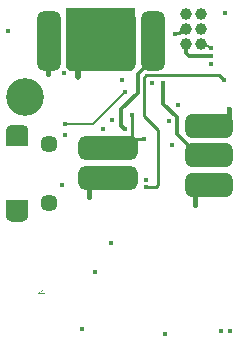
<source format=gbl>
G04*
G04 #@! TF.GenerationSoftware,Altium Limited,Altium Designer,23.8.1 (32)*
G04*
G04 Layer_Physical_Order=4*
G04 Layer_Color=16711680*
%FSLAX44Y44*%
%MOMM*%
G71*
G04*
G04 #@! TF.SameCoordinates,A6862DCD-3B86-4064-B5AB-42711134FE70*
G04*
G04*
G04 #@! TF.FilePolarity,Positive*
G04*
G01*
G75*
%ADD11C,0.4000*%
%ADD14C,0.2000*%
%ADD65C,0.4000*%
%ADD67C,0.2540*%
%ADD68C,0.3000*%
%ADD69C,0.3500*%
%ADD70C,0.5000*%
%ADD72C,1.4500*%
%ADD73C,3.2000*%
%ADD74C,1.0000*%
G04:AMPARAMS|DCode=75|XSize=2mm|YSize=5mm|CornerRadius=0.5mm|HoleSize=0mm|Usage=FLASHONLY|Rotation=180.000|XOffset=0mm|YOffset=0mm|HoleType=Round|Shape=RoundedRectangle|*
%AMROUNDEDRECTD75*
21,1,2.0000,4.0000,0,0,180.0*
21,1,1.0000,5.0000,0,0,180.0*
1,1,1.0000,-0.5000,2.0000*
1,1,1.0000,0.5000,2.0000*
1,1,1.0000,0.5000,-2.0000*
1,1,1.0000,-0.5000,-2.0000*
%
%ADD75ROUNDEDRECTD75*%
G04:AMPARAMS|DCode=76|XSize=2mm|YSize=4mm|CornerRadius=0.5mm|HoleSize=0mm|Usage=FLASHONLY|Rotation=270.000|XOffset=0mm|YOffset=0mm|HoleType=Round|Shape=RoundedRectangle|*
%AMROUNDEDRECTD76*
21,1,2.0000,3.0000,0,0,270.0*
21,1,1.0000,4.0000,0,0,270.0*
1,1,1.0000,-1.5000,-0.5000*
1,1,1.0000,-1.5000,0.5000*
1,1,1.0000,1.5000,0.5000*
1,1,1.0000,1.5000,-0.5000*
%
%ADD76ROUNDEDRECTD76*%
G04:AMPARAMS|DCode=77|XSize=2mm|YSize=5mm|CornerRadius=0.5mm|HoleSize=0mm|Usage=FLASHONLY|Rotation=270.000|XOffset=0mm|YOffset=0mm|HoleType=Round|Shape=RoundedRectangle|*
%AMROUNDEDRECTD77*
21,1,2.0000,4.0000,0,0,270.0*
21,1,1.0000,5.0000,0,0,270.0*
1,1,1.0000,-2.0000,-0.5000*
1,1,1.0000,-2.0000,0.5000*
1,1,1.0000,2.0000,0.5000*
1,1,1.0000,2.0000,-0.5000*
%
%ADD77ROUNDEDRECTD77*%
G36*
X115000Y229750D02*
X112000Y226750D01*
X71088D01*
Y251750D01*
X70739Y253506D01*
X69744Y254994D01*
X68256Y255989D01*
X66500Y256338D01*
X64744Y255989D01*
X63256Y254994D01*
X62261Y253506D01*
X61912Y251750D01*
Y226750D01*
X59500D01*
X56500Y229750D01*
Y272750D01*
Y280000D01*
X115000D01*
Y229750D01*
D02*
G37*
G36*
X37215Y38467D02*
X38750D01*
Y37681D01*
X37215D01*
Y36812D01*
X36494D01*
Y37681D01*
X32352D01*
Y38319D01*
X36494Y41250D01*
X37215D01*
Y38467D01*
D02*
G37*
%LPC*%
G36*
X36494Y40483D02*
X33628Y38467D01*
X36494D01*
Y40483D01*
D02*
G37*
%LPD*%
G36*
G01X24500Y176000D02*
G03X19500Y181000I-5000J-0D01*
G01X10250D01*
G03X5500Y176250I0J-4750D01*
G01Y163000D01*
G01X24500D01*
G01Y176000D01*
D02*
G37*
G36*
G01X5250Y104000D02*
G03X10250Y99000I5000J0D01*
G01X19500D01*
G03X24250Y103750I0J4750D01*
G01Y117000D01*
G01X5250D01*
G01Y104000D01*
D02*
G37*
D11*
X75750Y128478D02*
X83522Y136250D01*
X91500D01*
X75750Y120250D02*
Y128478D01*
X194500Y189019D02*
Y194250D01*
X194177Y188696D02*
X194500Y189019D01*
X41250Y223750D02*
Y251500D01*
X41500Y251750D01*
X165250Y112750D02*
Y121804D01*
D14*
X55500Y182000D02*
X79500D01*
X106250Y208750D01*
X178709Y246000D02*
X179250D01*
X170350Y249550D02*
X171881Y248019D01*
X176689D01*
X178709Y246000D01*
D65*
X66500Y221750D02*
D03*
X123750Y134500D02*
D03*
X106250Y208750D02*
D03*
X52941Y129754D02*
D03*
X7500Y260500D02*
D03*
X94500Y80750D02*
D03*
X55500Y172500D02*
D03*
Y182000D02*
D03*
X138535Y216249D02*
D03*
X190250Y218750D02*
D03*
X129000Y216500D02*
D03*
X149000Y258000D02*
D03*
X194500Y194250D02*
D03*
X179455Y232295D02*
D03*
X54250Y224500D02*
D03*
X190500Y275750D02*
D03*
X106161Y177190D02*
D03*
X112250Y189000D02*
D03*
X122750Y168750D02*
D03*
X41250Y223750D02*
D03*
X146000Y164250D02*
D03*
X123750Y127960D02*
D03*
X179250Y246000D02*
D03*
X179353Y239283D02*
D03*
X103750Y218750D02*
D03*
X87750Y177000D02*
D03*
X95500Y185250D02*
D03*
X143500Y184500D02*
D03*
X151500Y198000D02*
D03*
X165250Y112750D02*
D03*
X75750Y120250D02*
D03*
X80500Y56000D02*
D03*
X69750Y8500D02*
D03*
X140250Y3500D02*
D03*
X195250Y6000D02*
D03*
X187250D02*
D03*
D67*
X122250Y188250D02*
Y221000D01*
X124250Y223000D02*
X186000D01*
X122250Y221000D02*
X124250Y223000D01*
X122250Y188250D02*
X134250Y176250D01*
X186000Y223000D02*
X190250Y218750D01*
X132239Y128239D02*
X134250Y130250D01*
X124029Y128239D02*
X132239D01*
X134250Y130250D02*
Y176250D01*
X123750Y127960D02*
X124029Y128239D01*
X149000Y258000D02*
X149279Y258279D01*
X155631Y262250D02*
X157650D01*
X151661Y258279D02*
X155631Y262250D01*
X149279Y258279D02*
X151661D01*
X185731Y180250D02*
X194177Y188696D01*
X111971Y188721D02*
X112250Y189000D01*
X111971Y169446D02*
Y188721D01*
X109920Y167395D02*
X111971Y169446D01*
X109670Y167395D02*
X109920D01*
X116019Y168750D02*
X122750D01*
X114664Y167395D02*
X116019Y168750D01*
X109670Y167395D02*
X114664D01*
X107265Y164990D02*
X109670Y167395D01*
X95240Y164990D02*
X107265D01*
X91500Y161250D02*
X95240Y164990D01*
X173696Y130250D02*
X177750D01*
X165250Y121804D02*
X173696Y130250D01*
X177750Y180250D02*
X185731D01*
D68*
X103250Y194250D02*
X117000Y208000D01*
X103250Y180101D02*
X106161Y177190D01*
X103250Y180101D02*
Y194250D01*
X117000Y208000D02*
Y223750D01*
X130000Y236750D01*
Y251750D01*
D69*
X138500Y199000D02*
Y216213D01*
X138535Y216249D01*
X150000Y173000D02*
X167750Y155250D01*
X138500Y199000D02*
X150000Y187500D01*
Y173000D02*
Y187500D01*
X160217Y239283D02*
X179353D01*
X157650Y241850D02*
Y249550D01*
Y241850D02*
X160217Y239283D01*
X167750Y155250D02*
X177750D01*
D70*
X66500Y221750D02*
Y251750D01*
D72*
X41750Y115000D02*
D03*
Y165000D02*
D03*
D73*
X21500Y204500D02*
D03*
D74*
X170350Y274950D02*
D03*
Y249550D02*
D03*
Y262250D02*
D03*
X157650Y274950D02*
D03*
Y249550D02*
D03*
Y262250D02*
D03*
D75*
X66500Y251750D02*
D03*
X41500D02*
D03*
X130000D02*
D03*
X105000D02*
D03*
D76*
X177750Y155250D02*
D03*
Y180250D02*
D03*
Y130250D02*
D03*
D77*
X91500Y161250D02*
D03*
Y136250D02*
D03*
M02*

</source>
